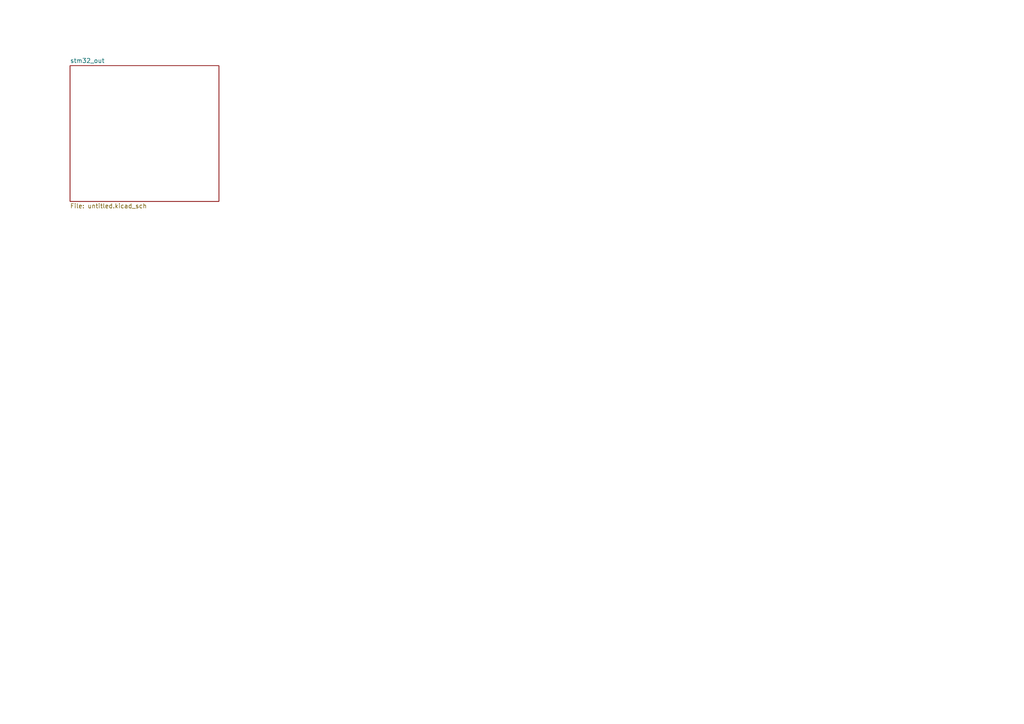
<source format=kicad_sch>
(kicad_sch
	(version 20250114)
	(generator "eeschema")
	(generator_version "9.0")
	(uuid "0448b4c1-bd17-4072-a731-a022617275b4")
	(paper "A4")
	(lib_symbols)
	(sheet
		(at 20.32 19.05)
		(size 43.18 39.37)
		(exclude_from_sim no)
		(in_bom yes)
		(on_board yes)
		(dnp no)
		(fields_autoplaced yes)
		(stroke
			(width 0.1524)
			(type solid)
		)
		(fill
			(color 0 0 0 0.0000)
		)
		(uuid "5ba8fbfe-31f9-41fc-9497-b0fb46192972")
		(property "Sheetname" "stm32_out"
			(at 20.32 18.3384 0)
			(effects
				(font
					(size 1.27 1.27)
				)
				(justify left bottom)
			)
		)
		(property "Sheetfile" "untitled.kicad_sch"
			(at 20.32 59.0046 0)
			(effects
				(font
					(size 1.27 1.27)
				)
				(justify left top)
			)
		)
		(instances
			(project "JCEC"
				(path "/0448b4c1-bd17-4072-a731-a022617275b4"
					(page "2")
				)
			)
		)
	)
	(sheet_instances
		(path "/"
			(page "1")
		)
	)
	(embedded_fonts no)
)

</source>
